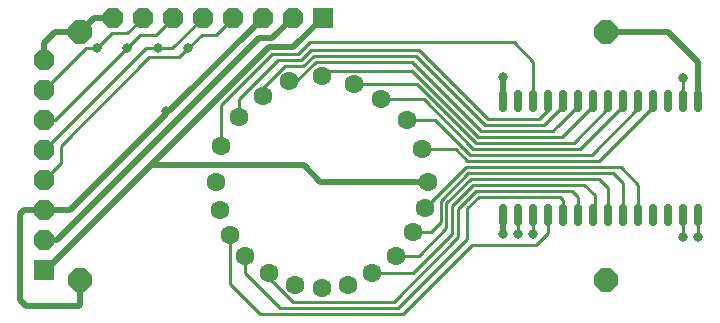
<source format=gbr>
%TF.GenerationSoftware,KiCad,Pcbnew,(6.0.6-0)*%
%TF.CreationDate,2022-07-18T23:30:02+08:00*%
%TF.ProjectId,VFD,5646442e-6b69-4636-9164-5f7063625858,rev?*%
%TF.SameCoordinates,Original*%
%TF.FileFunction,Copper,L2,Bot*%
%TF.FilePolarity,Positive*%
%FSLAX46Y46*%
G04 Gerber Fmt 4.6, Leading zero omitted, Abs format (unit mm)*
G04 Created by KiCad (PCBNEW (6.0.6-0)) date 2022-07-18 23:30:02*
%MOMM*%
%LPD*%
G01*
G04 APERTURE LIST*
G04 Aperture macros list*
%AMRoundRect*
0 Rectangle with rounded corners*
0 $1 Rounding radius*
0 $2 $3 $4 $5 $6 $7 $8 $9 X,Y pos of 4 corners*
0 Add a 4 corners polygon primitive as box body*
4,1,4,$2,$3,$4,$5,$6,$7,$8,$9,$2,$3,0*
0 Add four circle primitives for the rounded corners*
1,1,$1+$1,$2,$3*
1,1,$1+$1,$4,$5*
1,1,$1+$1,$6,$7*
1,1,$1+$1,$8,$9*
0 Add four rect primitives between the rounded corners*
20,1,$1+$1,$2,$3,$4,$5,0*
20,1,$1+$1,$4,$5,$6,$7,0*
20,1,$1+$1,$6,$7,$8,$9,0*
20,1,$1+$1,$8,$9,$2,$3,0*%
%AMFreePoly0*
4,1,13,0.835355,0.835355,0.850000,0.800000,0.850000,-0.800000,0.835355,-0.835355,0.800000,-0.850000,-0.800000,-0.850000,-0.835355,-0.835355,-0.850000,-0.800000,-0.850000,0.800000,-0.835355,0.835355,-0.800000,0.850000,0.800000,0.850000,0.835355,0.835355,0.835355,0.835355,$1*%
%AMFreePoly1*
4,1,17,0.366726,0.835355,0.835355,0.366726,0.850000,0.331371,0.850000,-0.331371,0.835355,-0.366727,0.366726,-0.835355,0.331371,-0.850000,-0.331371,-0.850000,-0.366727,-0.835355,-0.835355,-0.366726,-0.850000,-0.331371,-0.850000,0.331371,-0.835355,0.366726,-0.366727,0.835355,-0.331371,0.850000,0.331371,0.850000,0.366726,0.835355,0.366726,0.835355,$1*%
%AMFreePoly2*
4,1,17,0.428858,0.985355,0.985356,0.428858,1.000000,0.393503,1.000000,-0.393503,0.985356,-0.428858,0.428858,-0.985355,0.393503,-1.000000,-0.393503,-1.000000,-0.428858,-0.985356,-0.985355,-0.428858,-1.000000,-0.393503,-1.000000,0.393503,-0.985355,0.428858,-0.428858,0.985356,-0.393503,1.000000,0.393503,1.000000,0.428858,0.985355,0.428858,0.985355,$1*%
G04 Aperture macros list end*
%TA.AperFunction,ComponentPad*%
%ADD10C,1.600000*%
%TD*%
%TA.AperFunction,ComponentPad*%
%ADD11FreePoly0,180.000000*%
%TD*%
%TA.AperFunction,ComponentPad*%
%ADD12FreePoly1,180.000000*%
%TD*%
%TA.AperFunction,ComponentPad*%
%ADD13FreePoly0,90.000000*%
%TD*%
%TA.AperFunction,ComponentPad*%
%ADD14FreePoly1,90.000000*%
%TD*%
%TA.AperFunction,SMDPad,CuDef*%
%ADD15RoundRect,0.150000X-0.150000X0.750000X-0.150000X-0.750000X0.150000X-0.750000X0.150000X0.750000X0*%
%TD*%
%TA.AperFunction,ComponentPad*%
%ADD16FreePoly2,90.000000*%
%TD*%
%TA.AperFunction,ViaPad*%
%ADD17C,0.800000*%
%TD*%
%TA.AperFunction,Conductor*%
%ADD18C,0.500000*%
%TD*%
%TA.AperFunction,Conductor*%
%ADD19C,0.250000*%
%TD*%
G04 APERTURE END LIST*
D10*
%TO.P,U3,1,F*%
%TO.N,/F1*%
X121048000Y-89027000D03*
%TO.P,U3,2,DP*%
%TO.N,Net-(U2-Pad26)*%
X121448000Y-91427000D03*
%TO.P,U3,3,d*%
%TO.N,Net-(U2-Pad25)*%
X122298000Y-93527000D03*
%TO.P,U3,4,c*%
%TO.N,Net-(U2-Pad24)*%
X123548000Y-95277000D03*
%TO.P,U3,5,e*%
%TO.N,Net-(U2-Pad23)*%
X125548000Y-96777000D03*
%TO.P,U3,6,NC*%
%TO.N,unconnected-(U3-Pad6)*%
X127798000Y-97777000D03*
%TO.P,U3,7,NC*%
%TO.N,unconnected-(U3-Pad7)*%
X130048000Y-98027000D03*
%TO.P,U3,8,NC*%
%TO.N,unconnected-(U3-Pad8)*%
X132298000Y-97777000D03*
%TO.P,U3,9,g*%
%TO.N,Net-(U2-Pad22)*%
X134298000Y-96777000D03*
%TO.P,U3,10,b*%
%TO.N,Net-(U2-Pad21)*%
X136298000Y-95277000D03*
%TO.P,U3,11,f*%
%TO.N,Net-(U2-Pad20)*%
X137798000Y-93277000D03*
%TO.P,U3,12,a*%
%TO.N,Net-(U2-Pad19)*%
X138798000Y-91277000D03*
%TO.P,U3,13,F*%
%TO.N,/F2*%
X139048000Y-89027000D03*
%TO.P,U3,14,d9*%
%TO.N,Net-(U2-Pad11)*%
X138548000Y-86277000D03*
%TO.P,U3,15,d1*%
%TO.N,Net-(U2-Pad10)*%
X137298000Y-83777000D03*
%TO.P,U3,16,d3*%
%TO.N,Net-(U2-Pad9)*%
X135048000Y-82027000D03*
%TO.P,U3,17,d5*%
%TO.N,Net-(U2-Pad8)*%
X132798000Y-80777000D03*
%TO.P,U3,18,d8*%
%TO.N,Net-(U2-Pad7)*%
X130048000Y-80027000D03*
%TO.P,U3,19,d7*%
%TO.N,Net-(U2-Pad6)*%
X127298000Y-80527000D03*
%TO.P,U3,20,d6*%
%TO.N,Net-(U2-Pad5)*%
X125048000Y-81777000D03*
%TO.P,U3,21,d4*%
%TO.N,Net-(U2-Pad4)*%
X123048000Y-83527000D03*
%TO.P,U3,22,d2*%
%TO.N,Net-(U2-Pad3)*%
X121548000Y-86027000D03*
%TD*%
D11*
%TO.P,J2,1,Pin_1*%
%TO.N,/F2*%
X106500000Y-96500000D03*
D12*
%TO.P,J2,2,Pin_2*%
%TO.N,/F1*%
X106500000Y-93960000D03*
%TO.P,J2,3,Pin_3*%
%TO.N,VCC*%
X106500000Y-91420000D03*
%TO.P,J2,4,Pin_4*%
%TO.N,/BLANK*%
X106500000Y-88880000D03*
%TO.P,J2,5,Pin_5*%
%TO.N,/CLK*%
X106500000Y-86340000D03*
%TO.P,J2,6,Pin_6*%
%TO.N,/LOAD*%
X106500000Y-83800000D03*
%TO.P,J2,7,Pin_7*%
%TO.N,/DIN*%
X106500000Y-81260000D03*
%TO.P,J2,8,Pin_8*%
%TO.N,GNDREF*%
X106500000Y-78720000D03*
%TD*%
D13*
%TO.P,J1,1,Pin_1*%
%TO.N,/F2*%
X130125000Y-75125000D03*
D14*
%TO.P,J1,2,Pin_2*%
%TO.N,/F1*%
X127585000Y-75125000D03*
%TO.P,J1,3,Pin_3*%
%TO.N,VCC*%
X125045000Y-75125000D03*
%TO.P,J1,4,Pin_4*%
%TO.N,/BLANK*%
X122505000Y-75125000D03*
%TO.P,J1,5,Pin_5*%
%TO.N,/CLK*%
X119965000Y-75125000D03*
%TO.P,J1,6,Pin_6*%
%TO.N,/LOAD*%
X117425000Y-75125000D03*
%TO.P,J1,7,Pin_7*%
%TO.N,/DIN*%
X114885000Y-75125000D03*
%TO.P,J1,8,Pin_8*%
%TO.N,GNDREF*%
X112345000Y-75125000D03*
%TD*%
D15*
%TO.P,U2,1,VBB*%
%TO.N,/OUT+*%
X145415000Y-82200000D03*
%TO.P,U2,2,DOUT*%
%TO.N,unconnected-(U2-Pad2)*%
X146685000Y-82200000D03*
%TO.P,U2,3,OUT19*%
%TO.N,Net-(U2-Pad3)*%
X147955000Y-82200000D03*
%TO.P,U2,4,OUT18*%
%TO.N,Net-(U2-Pad4)*%
X149225000Y-82200000D03*
%TO.P,U2,5,OUT17*%
%TO.N,Net-(U2-Pad5)*%
X150495000Y-82200000D03*
%TO.P,U2,6,PUT16*%
%TO.N,Net-(U2-Pad6)*%
X151765000Y-82200000D03*
%TO.P,U2,7,OUT15*%
%TO.N,Net-(U2-Pad7)*%
X153035000Y-82200000D03*
%TO.P,U2,8,OUT14*%
%TO.N,Net-(U2-Pad8)*%
X154305000Y-82200000D03*
%TO.P,U2,9,OUT13*%
%TO.N,Net-(U2-Pad9)*%
X155575000Y-82200000D03*
%TO.P,U2,10,OUT12*%
%TO.N,Net-(U2-Pad10)*%
X156845000Y-82200000D03*
%TO.P,U2,11,OUT11*%
%TO.N,Net-(U2-Pad11)*%
X158115000Y-82200000D03*
%TO.P,U2,12,OUT10*%
%TO.N,unconnected-(U2-Pad12)*%
X159385000Y-82200000D03*
%TO.P,U2,13,BLANK*%
%TO.N,/BLANK*%
X160655000Y-82200000D03*
%TO.P,U2,14,GND*%
%TO.N,GNDREF*%
X161925000Y-82200000D03*
%TO.P,U2,15,CLK*%
%TO.N,/CLK*%
X161925000Y-91800000D03*
%TO.P,U2,16,LOAD*%
%TO.N,/LOAD*%
X160655000Y-91800000D03*
%TO.P,U2,17,OUT9*%
%TO.N,unconnected-(U2-Pad17)*%
X159385000Y-91800000D03*
%TO.P,U2,18,OUT8*%
%TO.N,unconnected-(U2-Pad18)*%
X158115000Y-91800000D03*
%TO.P,U2,19,OUT7*%
%TO.N,Net-(U2-Pad19)*%
X156845000Y-91800000D03*
%TO.P,U2,20,OUT6*%
%TO.N,Net-(U2-Pad20)*%
X155575000Y-91800000D03*
%TO.P,U2,21,OUT5*%
%TO.N,Net-(U2-Pad21)*%
X154305000Y-91800000D03*
%TO.P,U2,22,OUT4*%
%TO.N,Net-(U2-Pad22)*%
X153035000Y-91800000D03*
%TO.P,U2,23,OUT3*%
%TO.N,Net-(U2-Pad23)*%
X151765000Y-91800000D03*
%TO.P,U2,24,OUT2*%
%TO.N,Net-(U2-Pad24)*%
X150495000Y-91800000D03*
%TO.P,U2,25,OUT1*%
%TO.N,Net-(U2-Pad25)*%
X149225000Y-91800000D03*
%TO.P,U2,26,OUT0*%
%TO.N,Net-(U2-Pad26)*%
X147955000Y-91800000D03*
%TO.P,U2,27,DIN*%
%TO.N,/DIN*%
X146685000Y-91800000D03*
%TO.P,U2,28,VCC*%
%TO.N,VCC*%
X145415000Y-91800000D03*
%TD*%
D16*
%TO.P,U1,1,Pin_1*%
%TO.N,VCC*%
X109587500Y-97325000D03*
%TO.P,U1,2,Pin_2*%
%TO.N,GNDREF*%
X109587500Y-76325000D03*
%TO.P,U1,3,Pin_3*%
X154087500Y-76325000D03*
%TO.P,U1,4,Pin_4*%
%TO.N,/OUT+*%
X154087500Y-97325000D03*
%TD*%
D17*
%TO.N,/BLANK*%
X118743957Y-77722957D03*
X160655000Y-80264000D03*
%TO.N,/CLK*%
X161925000Y-93726000D03*
X116200234Y-77711500D03*
%TO.N,/LOAD*%
X113538000Y-77724000D03*
X160655000Y-93726000D03*
%TO.N,/DIN*%
X146685000Y-93472000D03*
X110998000Y-77724000D03*
%TO.N,VCC*%
X116840000Y-83058000D03*
X145415000Y-93472000D03*
%TO.N,/OUT+*%
X145415000Y-80137000D03*
%TO.N,Net-(U2-Pad26)*%
X147955000Y-93472000D03*
%TD*%
D18*
%TO.N,GNDREF*%
X109587500Y-76325000D02*
X107425000Y-76325000D01*
X161925000Y-78867000D02*
X161925000Y-82200000D01*
X154087500Y-76325000D02*
X159383000Y-76325000D01*
X159383000Y-76325000D02*
X161925000Y-78867000D01*
X110787500Y-75125000D02*
X109587500Y-76325000D01*
X112345000Y-75125000D02*
X110787500Y-75125000D01*
X107425000Y-76325000D02*
X106500000Y-77250000D01*
X106500000Y-77250000D02*
X106500000Y-78720000D01*
D19*
%TO.N,/BLANK*%
X115443000Y-78486000D02*
X117980914Y-78486000D01*
X122505000Y-75125000D02*
X121049000Y-76581000D01*
X106500000Y-88880000D02*
X107950000Y-87430000D01*
X119885914Y-76581000D02*
X118743957Y-77722957D01*
X121049000Y-76581000D02*
X119885914Y-76581000D01*
X107950000Y-85979000D02*
X115443000Y-78486000D01*
X117980914Y-78486000D02*
X118743957Y-77722957D01*
X160655000Y-80264000D02*
X160655000Y-82200000D01*
X107950000Y-87430000D02*
X107950000Y-85979000D01*
%TO.N,/CLK*%
X119965000Y-75125000D02*
X117378500Y-77711500D01*
X161925000Y-93726000D02*
X161925000Y-91800000D01*
X115128500Y-77711500D02*
X116200234Y-77711500D01*
X106500000Y-86340000D02*
X115128500Y-77711500D01*
X117378500Y-77711500D02*
X116200234Y-77711500D01*
%TO.N,/LOAD*%
X117425000Y-75125000D02*
X115969000Y-76581000D01*
X160655000Y-93726000D02*
X160655000Y-91800000D01*
X113538000Y-77724000D02*
X107462000Y-83800000D01*
X115969000Y-76581000D02*
X114681000Y-76581000D01*
X107462000Y-83800000D02*
X106500000Y-83800000D01*
X114681000Y-76581000D02*
X113538000Y-77724000D01*
%TO.N,/DIN*%
X113556000Y-76454000D02*
X114885000Y-75125000D01*
X110973500Y-77699500D02*
X110998000Y-77724000D01*
X112268000Y-76454000D02*
X113556000Y-76454000D01*
X110060500Y-77699500D02*
X110973500Y-77699500D01*
X106500000Y-81260000D02*
X110060500Y-77699500D01*
X110998000Y-77724000D02*
X112268000Y-76454000D01*
X146685000Y-93472000D02*
X146685000Y-91800000D01*
D18*
%TO.N,/F2*%
X115948089Y-87632911D02*
X115572911Y-87632911D01*
X106705822Y-96500000D02*
X106500000Y-96500000D01*
X115763411Y-87442411D02*
X115572911Y-87632911D01*
X115572911Y-87632911D02*
X106705822Y-96500000D01*
X129921000Y-89027000D02*
X128524000Y-87630000D01*
X139048000Y-89027000D02*
X129921000Y-89027000D01*
X115951000Y-87630000D02*
X115763411Y-87442411D01*
X127642501Y-77607499D02*
X125598323Y-77607499D01*
X130125000Y-75125000D02*
X127642501Y-77607499D01*
X128524000Y-87630000D02*
X115951000Y-87630000D01*
X125598323Y-77607499D02*
X115763411Y-87442411D01*
X115951000Y-87630000D02*
X115948089Y-87632911D01*
%TO.N,/F1*%
X125852002Y-76857998D02*
X124691002Y-76857998D01*
X124691002Y-76857998D02*
X107589000Y-93960000D01*
X107589000Y-93960000D02*
X106500000Y-93960000D01*
X127585000Y-75125000D02*
X125852002Y-76857998D01*
%TO.N,VCC*%
X104500000Y-99000000D02*
X105000000Y-99500000D01*
X106500000Y-91420000D02*
X104830000Y-91420000D01*
X109500000Y-99500000D02*
X109587500Y-99412500D01*
X116840000Y-83058000D02*
X117112000Y-83058000D01*
X104830000Y-91420000D02*
X104500000Y-91750000D01*
X116840000Y-83312000D02*
X116840000Y-83058000D01*
X109587500Y-99412500D02*
X109587500Y-97325000D01*
X145415000Y-91800000D02*
X145415000Y-93472000D01*
X117112000Y-83058000D02*
X125045000Y-75125000D01*
X108732000Y-91420000D02*
X116840000Y-83312000D01*
X104500000Y-91750000D02*
X104500000Y-99000000D01*
X106500000Y-91420000D02*
X108732000Y-91420000D01*
X105000000Y-99500000D02*
X109500000Y-99500000D01*
%TO.N,/OUT+*%
X145415000Y-80137000D02*
X145415000Y-82200000D01*
D19*
%TO.N,Net-(U2-Pad5)*%
X129354397Y-78352499D02*
X128458896Y-79248000D01*
X128458896Y-79248000D02*
X126915298Y-79248000D01*
X150495000Y-82572462D02*
X148866462Y-84201000D01*
X125048000Y-81115298D02*
X125048000Y-81777000D01*
X138042499Y-78352499D02*
X129354397Y-78352499D01*
X150495000Y-82200000D02*
X150495000Y-82572462D01*
X143891000Y-84201000D02*
X138042499Y-78352499D01*
X126915298Y-79248000D02*
X125048000Y-81115298D01*
X148866462Y-84201000D02*
X143891000Y-84201000D01*
%TO.N,Net-(U2-Pad6)*%
X150009462Y-84328000D02*
X149987000Y-84328000D01*
X127886297Y-80527000D02*
X127298000Y-80527000D01*
X149606000Y-84709000D02*
X143510000Y-84709000D01*
X149987000Y-84328000D02*
X149606000Y-84709000D01*
X143510000Y-84709000D02*
X137653000Y-78852000D01*
X129561297Y-78852000D02*
X127886297Y-80527000D01*
X151765000Y-82200000D02*
X151765000Y-82572462D01*
X151765000Y-82572462D02*
X150009462Y-84328000D01*
X137653000Y-78852000D02*
X129561297Y-78852000D01*
%TO.N,Net-(U2-Pad7)*%
X130473000Y-79602000D02*
X130048000Y-80027000D01*
X143271804Y-85217000D02*
X137656803Y-79602000D01*
X153035000Y-82572462D02*
X150390462Y-85217000D01*
X137656803Y-79602000D02*
X130473000Y-79602000D01*
X153035000Y-82200000D02*
X153035000Y-82572462D01*
X150390462Y-85217000D02*
X143271804Y-85217000D01*
%TO.N,Net-(U2-Pad8)*%
X154305000Y-82804000D02*
X154305000Y-82200000D01*
X132798000Y-80777000D02*
X138125401Y-80777000D01*
X143073402Y-85725000D02*
X151384000Y-85725000D01*
X151384000Y-85725000D02*
X154305000Y-82804000D01*
X138125401Y-80777000D02*
X143073402Y-85725000D01*
%TO.N,Net-(U2-Pad9)*%
X155575000Y-82572462D02*
X151905963Y-86241499D01*
X142883499Y-86241499D02*
X138669000Y-82027000D01*
X138669000Y-82027000D02*
X135048000Y-82027000D01*
X151905963Y-86241499D02*
X142883499Y-86241499D01*
X155575000Y-82200000D02*
X155575000Y-82572462D01*
%TO.N,Net-(U2-Pad10)*%
X152908000Y-86741000D02*
X142621000Y-86741000D01*
X142621000Y-86741000D02*
X139657000Y-83777000D01*
X139657000Y-83777000D02*
X137298000Y-83777000D01*
X156845000Y-82804000D02*
X152908000Y-86741000D01*
X156845000Y-82200000D02*
X156845000Y-82804000D01*
%TO.N,Net-(U2-Pad11)*%
X141395000Y-86277000D02*
X142367000Y-87249000D01*
X158115000Y-82677000D02*
X153543000Y-87249000D01*
X158115000Y-82200000D02*
X158115000Y-82677000D01*
X138548000Y-86277000D02*
X141395000Y-86277000D01*
X153543000Y-87249000D02*
X142367000Y-87249000D01*
%TO.N,Net-(U2-Pad3)*%
X146312499Y-77224499D02*
X129023501Y-77224499D01*
X121548000Y-82541000D02*
X121548000Y-86027000D01*
X147955000Y-82200000D02*
X147955000Y-78867000D01*
X147955000Y-78867000D02*
X146312499Y-77224499D01*
X129023501Y-77224499D02*
X128016000Y-78232000D01*
X128016000Y-78232000D02*
X125857000Y-78232000D01*
X125857000Y-78232000D02*
X121548000Y-82541000D01*
%TO.N,Net-(U2-Pad4)*%
X128260496Y-78740000D02*
X126309402Y-78740000D01*
X148463000Y-83693000D02*
X144089402Y-83693000D01*
X149225000Y-82931000D02*
X148463000Y-83693000D01*
X129149496Y-77851000D02*
X128260496Y-78740000D01*
X149225000Y-82200000D02*
X149225000Y-82931000D01*
X138247402Y-77851000D02*
X129149496Y-77851000D01*
X144089402Y-83693000D02*
X138247402Y-77851000D01*
X126309402Y-78740000D02*
X123048000Y-82001401D01*
X123048000Y-82001401D02*
X123048000Y-83527000D01*
%TO.N,Net-(U2-Pad19)*%
X138798000Y-91238795D02*
X138798000Y-91277000D01*
X142254297Y-87782498D02*
X138798000Y-91238795D01*
X156845000Y-89281000D02*
X155346498Y-87782498D01*
X156845000Y-91800000D02*
X156845000Y-89281000D01*
X155346498Y-87782498D02*
X142254297Y-87782498D01*
%TO.N,Net-(U2-Pad20)*%
X142461198Y-88281999D02*
X140097998Y-90645200D01*
X139260000Y-93277000D02*
X137798000Y-93277000D01*
X140097998Y-92439002D02*
X139260000Y-93277000D01*
X140097998Y-90645200D02*
X140097998Y-92439002D01*
X155575000Y-89154000D02*
X154702998Y-88281998D01*
X154702998Y-88281998D02*
X142461198Y-88281999D01*
X155575000Y-91800000D02*
X155575000Y-89154000D01*
%TO.N,Net-(U2-Pad21)*%
X142668099Y-88781499D02*
X140597499Y-90852100D01*
X153551499Y-88781499D02*
X142668099Y-88781499D01*
X138276000Y-95277000D02*
X136298000Y-95277000D01*
X140597499Y-90852100D02*
X140597499Y-92955501D01*
X140597499Y-92955501D02*
X138276000Y-95277000D01*
X154305000Y-91800000D02*
X154305000Y-89535000D01*
X154305000Y-89535000D02*
X153551499Y-88781499D01*
%TO.N,Net-(U2-Pad22)*%
X153162000Y-91673000D02*
X153162000Y-90170000D01*
X142875000Y-89281000D02*
X141097000Y-91059000D01*
X141097000Y-93472000D02*
X137792000Y-96777000D01*
X141097000Y-91059000D02*
X141097000Y-93472000D01*
X137792000Y-96777000D02*
X134298000Y-96777000D01*
X152273000Y-89281000D02*
X142875000Y-89281000D01*
X153035000Y-91800000D02*
X153162000Y-91673000D01*
X153162000Y-90170000D02*
X152273000Y-89281000D01*
%TO.N,Net-(U2-Pad23)*%
X151765000Y-90297000D02*
X151257000Y-89789000D01*
X141605000Y-91297197D02*
X141605000Y-93726000D01*
X141605000Y-93726000D02*
X136127002Y-99203998D01*
X127563294Y-99203998D02*
X125548000Y-97188704D01*
X151765000Y-91800000D02*
X151765000Y-90297000D01*
X143113197Y-89789000D02*
X141605000Y-91297197D01*
X151257000Y-89789000D02*
X143113197Y-89789000D01*
X136127002Y-99203998D02*
X127563294Y-99203998D01*
X125548000Y-97188704D02*
X125548000Y-96777000D01*
%TO.N,Net-(U2-Pad24)*%
X123548000Y-95277000D02*
X123548000Y-96751000D01*
X123548000Y-96751000D02*
X126500499Y-99703499D01*
X150241000Y-90297000D02*
X150495000Y-90551000D01*
X150495000Y-90551000D02*
X150495000Y-91800000D01*
X126500499Y-99703499D02*
X136516501Y-99703499D01*
X143311598Y-90297000D02*
X150241000Y-90297000D01*
X142375499Y-93844501D02*
X142375499Y-91233099D01*
X142375499Y-91233099D02*
X143311598Y-90297000D01*
X136516501Y-99703499D02*
X142375499Y-93844501D01*
%TO.N,Net-(U2-Pad25)*%
X142748000Y-94361000D02*
X136906000Y-100203000D01*
X124841000Y-100203000D02*
X122298000Y-97660000D01*
X122298000Y-97660000D02*
X122298000Y-93527000D01*
X136906000Y-100203000D02*
X124841000Y-100203000D01*
X149225000Y-93345000D02*
X148209000Y-94361000D01*
X148209000Y-94361000D02*
X142748000Y-94361000D01*
X149225000Y-91800000D02*
X149225000Y-93345000D01*
%TO.N,Net-(U2-Pad26)*%
X147955000Y-93472000D02*
X147955000Y-91800000D01*
%TD*%
M02*

</source>
